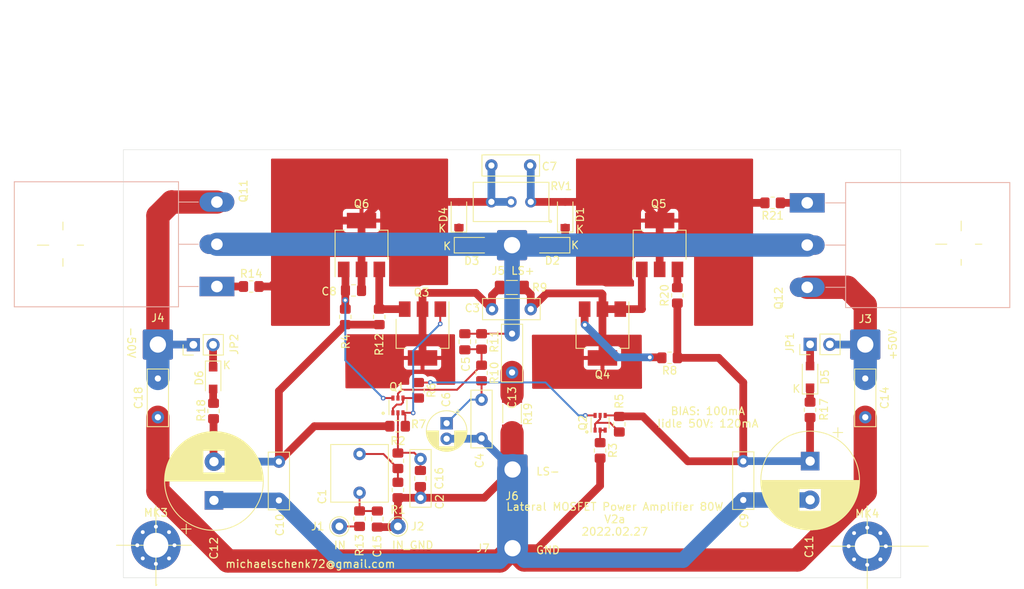
<source format=kicad_pcb>
(kicad_pcb (version 20211014) (generator pcbnew)
  (layers (0 "F.Cu" signal) (31 "B.Cu" signal) (34 "B.Paste" user) (35 "F.Paste" user) (36 "B.SilkS" user "B.Silkscreen") (37 "F.SilkS" user "F.Silkscreen") (38 "B.Mask" user) (39 "F.Mask" user) (44 "Edge.Cuts" user))
  (net 0 "")
  (net 1 "Net-(C1-Pad2)")
  (net 2 "Net-(C1-Pad1)")
  (net 3 "GND")
  (net 4 "Net-(C16-Pad1)")
  (net 5 "Net-(C3-Pad1)")
  (net 6 "Net-(C3-Pad2)")
  (net 7 "Net-(C4-Pad1)")
  (net 8 "Net-(C5-Pad2)")
  (net 9 "Net-(C13-Pad1)")
  (net 10 "Net-(C7-Pad2)")
  (net 11 "Net-(C7-Pad1)")
  (net 12 "Net-(C8-Pad1)")
  (net 13 "Net-(C11-Pad1)")
  (net 14 "Net-(C10-Pad2)")
  (net 15 "Net-(C13-Pad2)")
  (net 16 "Net-(J1-Pad1)")
  (net 17 "Net-(D1-Pad1)")
  (net 18 "Net-(D3-Pad1)")
  (net 19 "Net-(D5-Pad2)")
  (net 20 "Net-(D5-Pad1)")
  (net 21 "Net-(D6-Pad2)")
  (net 22 "Net-(D6-Pad1)")
  (net 23 "Net-(Q1-Pad3)")
  (net 24 "Net-(Q11-Pad1)")
  (net 25 "Net-(C14-Pad1)")
  (net 26 "Net-(C18-Pad2)")
  (net 27 "Net-(Q1-Pad1)")
  (net 28 "Net-(Q2-Pad6)")
  (net 29 "Net-(Q3-Pad3)")
  (net 30 "Net-(Q4-Pad3)")
  (net 31 "Net-(Q5-Pad3)")
  (net 32 "Net-(Q2-Pad2)")
  (net 33 "Net-(Q2-Pad1)")
  (net 34 "Net-(Q12-Pad1)")
  (footprint "Resistor_SMD:R_0805_2012Metric_Pad1.20x1.40mm_HandSolder" (layer "F.Cu") (at 180.721 63.373 90)
    (fp_text reference "R20")
    (fp_text value "100R")
  )
  (footprint "Capacitor_THT:C_Rect_L7.2mm_W7.2mm_P5.00mm_FKS2_FKP2_MKS2_MKP2" (layer "F.Cu") (at 139.7 83.85 -90)
    (fp_text reference "C1")
    (fp_text value "3.3uF")
  )
  (footprint "Capacitor_THT:C_Rect_L7.2mm_W2.5mm_P5.00mm_FKS2_FKP2_MKS2_MKP2" (layer "F.Cu") (at 147.571 84.5005 -90)
    (fp_text reference "C2")
    (fp_text value "1n")
  )
  (footprint "Capacitor_THT:C_Rect_L7.2mm_W2.5mm_P5.00mm_FKS2_FKP2_MKS2_MKP2" (layer "F.Cu") (at 161.798 65.151 180)
    (fp_text reference "C3")
    (fp_text value "10n")
  )
  (footprint "Capacitor_THT:CP_Radial_D5.0mm_P2.00mm" (layer "F.Cu") (at 150.9395 79.883 -90)
    (fp_text reference "C4")
    (fp_text value "47u/16V")
  )
  (footprint "Capacitor_SMD:C_0805_2012Metric_Pad1.18x1.45mm_HandSolder" (layer "F.Cu") (at 153.289 69.3635 -90)
    (fp_text reference "C5")
    (fp_text value "10p")
  )
  (footprint "Capacitor_THT:C_Rect_L7.2mm_W2.5mm_P5.00mm_FKS2_FKP2_MKS2_MKP2" (layer "F.Cu") (at 155.448 76.835 -90)
    (fp_text reference "C6")
    (fp_text value "100n")
  )
  (footprint "Capacitor_SMD:C_0805_2012Metric_Pad1.18x1.45mm_HandSolder" (layer "F.Cu") (at 138.9165 62.738)
    (fp_text reference "C8")
    (fp_text value "18p")
  )
  (footprint "Capacitor_THT:C_Rect_L7.2mm_W2.5mm_P5.00mm_FKS2_FKP2_MKS2_MKP2" (layer "F.Cu") (at 189.23 84.789 -90)
    (fp_text reference "C9")
    (fp_text value "100n")
  )
  (footprint "Capacitor_THT:CP_Radial_D12.5mm_P5.00mm" (layer "F.Cu") (at 197.866 84.7725 -90)
    (fp_text reference "C11")
    (fp_text value "220u/100V")
  )
  (footprint "Capacitor_THT:C_Rect_L7.2mm_W2.5mm_P5.00mm_FKS2_FKP2_MKS2_MKP2" (layer "F.Cu") (at 159.385 68.326 -90)
    (fp_text reference "C13")
    (fp_text value "22n")
  )
  (footprint "Diode_SMD:D_SOD-123" (layer "F.Cu") (at 166.243 52.958 90)
    (fp_text reference "D1")
    (fp_text value "1N914")
  )
  (footprint "Diode_SMD:D_SOD-123" (layer "F.Cu") (at 164.592 56.896 180)
    (fp_text reference "D2")
    (fp_text value "12V/0.5W")
  )
  (footprint "Diode_SMD:D_SOD-123" (layer "F.Cu") (at 154.178 56.896)
    (fp_text reference "D3")
    (fp_text value "1N914")
  )
  (footprint "Diode_SMD:D_SOD-123" (layer "F.Cu") (at 152.527 52.958 90)
    (fp_text reference "D4")
    (fp_text value "12V/0.5W")
  )
  (footprint "Diode_SMD:D_SOD-123F" (layer "F.Cu") (at 197.85 73.9 90)
    (fp_text reference "D5")
    (fp_text value "SM4002PL-TP")
  )
  (footprint "Connector_Pin:Pin_D1.0mm_L10.0mm" (layer "F.Cu") (at 137.0935 93.2)
    (fp_text reference "J1")
    (fp_text value "Conn_01x01")
  )
  (footprint "Connector_Pin:Pin_D1.0mm_L10.0mm" (layer "F.Cu") (at 144.65 93.2)
    (fp_text reference "J2")
    (fp_text value "Conn_01x01")
  )
  (footprint "Connector_Wire:SolderWire-1.5sqmm_1x01_D1.7mm_OD3.9mm" (layer "F.Cu") (at 204.978 69.723)
    (fp_text reference "J3")
    (fp_text value "+50V")
  )
  (footprint "Connector_Wire:SolderWire-1.5sqmm_1x01_D1.7mm_OD3.9mm" (layer "F.Cu") (at 159.385 56.896)
    (fp_text reference "J5")
    (fp_text value "LS+")
  )
  (footprint "Connector_Wire:SolderWire-1.5sqmm_1x01_D1.7mm_OD3.9mm" (layer "F.Cu") (at 159.4485 85.852)
    (fp_text reference "J6")
    (fp_text value "LS-")
  )
  (footprint "Connector_Wire:SolderWire-1.5sqmm_1x01_D1.7mm_OD3.9mm" (layer "F.Cu") (at 159.4485 96.012)
    (fp_text reference "J7")
    (fp_text value "GND")
  )
  (footprint "Connector_PinHeader_2.54mm:PinHeader_1x02_P2.54mm_Vertical" (layer "F.Cu") (at 197.86 69.7 90)
    (fp_text reference "JP1")
    (fp_text value "Jump")
  )
  (footprint "MountingHole:MountingHole_3.2mm_M3_Pad_Via" (layer "F.Cu") (at 113.411 95.631)
    (fp_text reference "MK3")
    (fp_text value "Mounting_Hole_PAD")
  )
  (footprint "MountingHole:MountingHole_3.2mm_M3_Pad_Via" (layer "F.Cu") (at 205.232 95.758)
    (fp_text reference "MK4")
    (fp_text value "Mounting_Hole_PAD")
  )
  (footprint "Resistor_SMD:R_0805_2012Metric_Pad1.20x1.40mm_HandSolder" (layer "F.Cu") (at 144.65 88.503 -90)
    (fp_text reference "R1")
    (fp_text value "33k")
  )
  (footprint "Resistor_SMD:R_0805_2012Metric_Pad1.20x1.40mm_HandSolder" (layer "F.Cu") (at 144.65 84.725 -90)
    (fp_text reference "R2")
    (fp_text value "1k")
  )
  (footprint "Resistor_SMD:R_0805_2012Metric_Pad1.20x1.40mm_HandSolder" (layer "F.Cu") (at 170.7515 83.3915 -90)
    (fp_text reference "R3")
    (fp_text value "22k")
  )
  (footprint "Resistor_SMD:R_0805_2012Metric_Pad1.20x1.40mm_HandSolder" (layer "F.Cu") (at 173.228 80.01 -90)
    (fp_text reference "R5")
    (fp_text value "680R")
  )
  (footprint "Resistor_SMD:R_0805_2012Metric_Pad1.20x1.40mm_HandSolder" (layer "F.Cu") (at 147.32 75.6285 -90)
    (fp_text reference "R6")
    (fp_text value "22k")
  )
  (footprint "Resistor_SMD:R_1206_3216Metric_Pad1.30x1.75mm_HandSolder" (layer "F.Cu") (at 159.359 62.357 180)
    (fp_text reference "R9")
    (fp_text value "12k/1W")
  )
  (footprint "Resistor_SMD:R_0805_2012Metric_Pad1.20x1.40mm_HandSolder" (layer "F.Cu") (at 155.448 73.39 -90)
    (fp_text reference "R10")
    (fp_text value "1k")
  )
  (footprint "Resistor_SMD:R_0805_2012Metric_Pad1.20x1.40mm_HandSolder" (layer "F.Cu") (at 155.448 69.326 -90)
    (fp_text reference "R11")
    (fp_text value "33k")
  )
  (footprint "Resistor_SMD:R_0805_2012Metric_Pad1.20x1.40mm_HandSolder" (layer "F.Cu") (at 142.24 66.151 -90)
    (fp_text reference "R12")
    (fp_text value "100R")
  )
  (footprint "Resistor_SMD:R_0805_2012Metric_Pad1.20x1.40mm_HandSolder" (layer "F.Cu") (at 125.714 62.23)
    (fp_text reference "R14")
    (fp_text value "220R")
  )
  (footprint "Resistor_SMD:R_0805_2012Metric_Pad1.20x1.40mm_HandSolder" (layer "F.Cu") (at 197.85 78.15 90)
    (fp_text reference "R17")
    (fp_text value "100R")
  )
  (footprint "Resistor_SMD:R_MELF_MMB-0207" (layer "F.Cu") (at 159.385 78.65 -90)
    (fp_text reference "R19")
    (fp_text value "6.8R/1W")
  )
  (footprint "Resistor_SMD:R_0805_2012Metric_Pad1.20x1.40mm_HandSolder" (layer "F.Cu") (at 193.024 51.435 180)
    (fp_text reference "R21")
    (fp_text value "220R")
  )
  (footprint "Capacitor_THT:C_Rect_L7.2mm_W2.5mm_P5.00mm_FKS2_FKP2_MKS2_MKP2" (layer "F.Cu") (at 204.978 74.1045 -90)
    (fp_text reference "C14")
    (fp_text value "100n")
  )
  (footprint "Resistor_SMD:R_0805_2012Metric_Pad1.20x1.40mm_HandSolder" (layer "F.Cu") (at 120.85 78.3 -90)
    (fp_text reference "R18")
    (fp_text value "100R")
  )
  (footprint "Capacitor_THT:C_Rect_L7.2mm_W2.5mm_P5.00mm_FKS2_FKP2_MKS2_MKP2" (layer "F.Cu") (at 129.286 89.836 90)
    (fp_text reference "C10")
    (fp_text value "100n")
  )
  (footprint "Capacitor_THT:CP_Radial_D12.5mm_P5.00mm" (layer "F.Cu") (at 120.904 89.836 90)
    (fp_text reference "C12")
    (fp_text value "220u/100V")
  )
  (footprint "Resistor_SMD:R_0805_2012Metric_Pad1.20x1.40mm_HandSolder" (layer "F.Cu") (at 144.6055 80.264 180)
    (fp_text reference "R7")
    (fp_text value "4k7")
  )
  (footprint "Resistor_SMD:R_0805_2012Metric_Pad1.20x1.40mm_HandSolder" (layer "F.Cu") (at 137.8585 66.151 -90)
    (fp_text reference "R4")
    (fp_text value "4k7")
  )
  (footprint "Package_TO_SOT_SMD:SOT-223-3_TabPin2" (layer "F.Cu") (at 147.828 68.301 -90)
    (fp_text reference "Q3")
    (fp_text value "DZT5551")
  )
  (footprint "Package_TO_SOT_SMD:SOT-223-3_TabPin2" (layer "F.Cu") (at 171.055 68.301 -90)
    (fp_text reference "Q4")
    (fp_text value "DZT5401")
  )
  (footprint "Package_TO_SOT_SMD:SOT-223-3_TabPin2" (layer "F.Cu") (at 178.435 56.871 90)
    (fp_text reference "Q5")
    (fp_text value "DZT5401")
  )
  (footprint "Package_TO_SOT_SMD:SOT-223-3_TabPin2" (layer "F.Cu") (at 139.954 56.871 90)
    (fp_text reference "Q6")
    (fp_text value "DZT5551")
  )
  (footprint "Package_TO_SOT_SMD:SOT-363_SC-70-6" (layer "F.Cu") (at 144.6555 77.582 90)
    (fp_text reference "Q1")
    (fp_text value "BC856BS")
  )
  (footprint "Package_TO_SOT_SMD:SOT-363_SC-70-6" (layer "F.Cu") (at 170.7515 79.8195 90)
    (fp_text reference "Q2")
    (fp_text value "BC856BS")
  )
  (footprint "Connector_Wire:SolderWire-1.5sqmm_1x01_D1.7mm_OD3.9mm" (layer "F.Cu") (at 113.665 69.723)
    (fp_text reference "J4")
    (fp_text value "-50V")
  )
  (footprint "Connector_PinHeader_2.54mm:PinHeader_1x02_P2.54mm_Vertical" (layer "F.Cu") (at 118.25 69.75 90)
    (fp_text reference "JP2")
    (fp_text value "Jump")
  )
  (footprint "Capacitor_THT:C_Rect_L7.2mm_W2.5mm_P5.00mm_FKS2_FKP2_MKS2_MKP2" (layer "F.Cu") (at 113.665 79.1045 90)
    (fp_text reference "C18")
    (fp_text value "100n")
  )
  (footprint "Diode_SMD:D_SOD-123F" (layer "F.Cu") (at 120.8 74.05 -90)
    (fp_text reference "D6")
    (fp_text value "SM4002PL-TP")
  )
  (footprint "Capacitor_THT:C_Rect_L7.2mm_W2.5mm_P5.00mm_FKS2_FKP2_MKS2_MKP2" (layer "F.Cu") (at 156.718 46.609)
    (fp_text reference "C7")
    (fp_text value "100n")
  )
  (footprint "Potentiometer_THT:Potentiometer_Bourns_3296W_Vertical" (layer "F.Cu") (at 161.798 51.308)
    (fp_text reference "RV1")
    (fp_text value "200R")
  )
  (footprint "Resistor_SMD:R_0805_2012Metric_Pad1.20x1.40mm_HandSolder" (layer "F.Cu") (at 179.721 71.4375 180)
    (fp_text reference "R8")
    (fp_text value "100R")
  )
  (footprint "Capacitor_SMD:C_0805_2012Metric_Pad1.18x1.45mm_HandSolder" (layer "F.Cu") (at 147.5535 87.0165 -90)
    (fp_text reference "C16")
    (fp_text value "470p")
  )
  (footprint "Capacitor_SMD:C_0805_2012Metric_Pad1.18x1.45mm_HandSolder" (layer "F.Cu") (at 142 92.25 -90)
    (fp_text reference "C15")
    (fp_text value "100p")
  )
  (footprint "Resistor_SMD:R_0805_2012Metric_Pad1.20x1.40mm_HandSolder" (layer "F.Cu") (at 139.7 92.2 -90)
    (fp_text reference "R13")
    (fp_text value "68R")
  )
  (footprint "Package_TO_SOT_THT:TO-247-3_Horizontal_TabUp" (layer "B.Cu") (at 121.285 62.23 90)
    (fp_text reference "Q11")
    (fp_text value "ECX10P20")
  )
  (footprint "Package_TO_SOT_THT:TO-247-3_Horizontal_TabUp" (layer "B.Cu") (at 197.485 51.435 -90)
    (fp_text reference "Q12")
    (fp_text value "ECX10N20")
  )
  (gr_line (start 98.1075 56.896) (end 104.0765 56.896) (layer "F.SilkS") (width 0.12))
  (gr_line (start 101.4095 53.9115) (end 101.4095 59.6265) (layer "F.SilkS") (width 0.12))
  (gr_line (start 213.106 95.758) (end 200.533 95.758) (layer "F.SilkS") (width 0.12))
  (gr_line (start 117.983 95.631) (end 108.331 95.631) (layer "F.SilkS") (width 0.12))
  (gr_line (start 205.232 101.219) (end 205.232 90.551) (layer "F.SilkS") (width 0.12))
  (gr_line (start 217.3605 53.7845) (end 217.3605 59.4995) (layer "F.SilkS") (width 0.12))
  (gr_line (start 214.0585 56.769) (end 220.0275 56.769) (layer "F.SilkS") (width 0.12))
  (gr_line (start 113.411 90.551) (end 113.411 100.838) (layer "F.SilkS") (width 0.12))
  (gr_line (start 113.411 100.838) (end 113.538 100.711) (layer "F.SilkS") (width 0.12))
  (gr_line (start 109.22 99.822) (end 209.55 99.822) (layer "Edge.Cuts") (width 0.05))
  (gr_line (start 109.22 44.577) (end 109.22 99.822) (layer "Edge.Cuts") (width 0.05))
  (gr_line (start 209.55 44.577) (end 209.55 99.822) (layer "Edge.Cuts") (width 0.05))
  (gr_line (start 109.22 44.577) (end 209.55 44.577) (layer "Edge.Cuts") (width 0.05))
  (gr_text "GND" (at 164.0205 96.266) (layer "F.SilkS") (effects (font (size 1 1))))
  (gr_text "-50V" (at 110.236 69.469 -90) (layer "F.SilkS") (effects (font (size 1 1))))
  (gr_text "°" (at 164.338 54.229) (layer "F.SilkS") (effects (font (size 1 1))))
  (gr_text "°" (at 169.037 81.407) (layer "F.SilkS") (effects (font (size 1 1))))
  (gr_text "°" (at 142.748 78.994) (layer "F.SilkS") (effects (font (size 1 1))))
  (gr_text "IN" (at 137.16 95.631) (layer "F.SilkS") (effects (font (size 1 1))))
  (gr_text "LS+" (at 160.782 60.198) (layer "F.SilkS") (effects (font (size 1 1))))
  (gr_text "K" (at 122.555 72.39) (layer "F.SilkS") (effects (font (size 1 1))))
  (gr_text "+50V" (at 208.534 69.723 90) (layer "F.SilkS") (effects (font (size 1 1))))
  (gr_text "IN_GND" (at 146.558 95.631) (layer "F.SilkS") (effects (font (size 1 1))))
  (gr_text "K" (at 167.513 56.896) (layer "F.SilkS") (effects (font (size 1 1))))
  (gr_text "michaelschenk72@gmail.com" (at 133.35 98.044) (layer "F.SilkS") (effects (font (size 1 1))))
  (gr_text "K" (at 196.088 75.438) (layer "F.SilkS") (effects (font (size 1 1))))
  (gr_text "BIAS: 100mA\nIidle 50V: 120mA" (at 184.658 79.121) (layer "F.SilkS") (effects (font (size 1 1))))
  (gr_text "K" (at 151.003 57.023) (layer "F.SilkS") (effects (font (size 1 1))))
  (gr_text "Lateral MOSFET Power Amplifier 80W\nV2a\n2022.02.27" (at 172.6565 92.2655) (layer "F.SilkS") (effects (font (size 1 1))))
  (gr_text "K" (at 168.148 54.864) (layer "F.SilkS") (effects (font (size 1 1))))
  (gr_text "K" (at 150.368 54.737) (layer "F.SilkS") (effects (font (size 1 1))))
  (gr_text "LS-" (at 164.0205 86.106) (layer "F.SilkS") (effects (font (size 1 1))))
  (segment (start 139.7 91.2) (end 139.7 88.85) (width 0.25) (layer "F.Cu") (net 1))
  (segment (start 142 91.2125) (end 139.7125 91.2125) (width 0.25) (layer "F.Cu") (net 1))
  (segment (start 142.775 83.85) (end 139.7 83.85) (width 0.25) (layer "F.Cu") (net 2))
  (segment (start 144.65 85.725) (end 142.775 83.85) (width 0.25) (layer "F.Cu") (net 2))
  (segment (start 144.65 87.503) (end 144.65 85.725) (width 0.25) (layer "F.Cu") (net 2))
  (segment (start 147.571 89.5005) (end 147.571 88.0715) (width 1) (layer "F.Cu") (net 3))
  (segment (start 196.201998 97.536) (end 160.9725 97.536) (width 3) (layer "F.Cu") (net 3))
  (segment (start 144.65 93.2) (end 144.65 89.503) (width 1) (layer "F.Cu") (net 3))
  (segment (start 162.687 96.012) (end 170.7515 87.9475) (width 1) (layer "F.Cu") (net 3))
  (segment (start 122.695002 97.663) (end 157.7975 97.663) (width 3) (layer "F.Cu") (net 3))
  (segment (start 113.665 79.1045) (end 113.665 88.632998) (width 3) (layer "F.Cu") (net 3))
  (segment (start 159.4485 96.012) (end 162.687 96.012) (width 1) (layer "F.Cu") (net 3))
  (segment (start 142 93.2875) (end 144.5625 93.2875) (width 1) (layer "F.Cu") (net 3))
  (segment (start 160.9725 97.536) (end 159.4485 96.012) (width 3) (layer "F.Cu") (net 3))
  (segment (start 155.8 89.5005) (end 159.4485 85.852) (width 1) (layer "F.Cu") (net 3))
  (segment (start 170.7515 87.9475) (end 170.7515 84.3915) (width 1) (layer "F.Cu") (net 3))
  (segment (start 147.571 89.5005) (end 155.8 89.5005) (width 1) (layer "F.Cu") (net 3))
  (segment (start 159.385 81.1) (end 159.385 85.7885) (width 3) (layer "F.Cu") (net 3))
  (segment (start 204.978 88.759998) (end 196.201998 97.536) (width 3) (layer "F.Cu") (net 3))
  (segment (start 144.65 89.503) (end 147.5685 89.503) (width 1) (layer "F.Cu") (net 3))
  (segment (start 113.665 88.632998) (end 122.695002 97.663) (width 3) (layer "F.Cu") (net 3))
  (segment (start 204.978 79.1045) (end 204.978 88.759998) (width 3) (layer "F.Cu") (net 3))
  (segment (start 157.7975 97.663) (end 159.4485 96.012) (width 3) (layer "F.Cu") (net 3))
  (segment (start 189.23 89.789) (end 181.469 97.55) (width 2) (layer "B.Cu") (net 3))
  (segment (start 159.4485 96.012) (end 159.4485 85.852) (width 4) (layer "B.Cu") (net 3))
  (segment (start 160.9865 97.55) (end 159.4485 96.012) (width 2) (layer "B.Cu") (net 3))
  (segment (start 157.7605 97.7) (end 159.4485 96.012) (width 2) (layer "B.Cu") (net 3))
  (segment (start 150.9395 81.883) (end 155.4 81.883) (width 1) (layer "B.Cu") (net 3))
  (segment (start 137.15 97.7) (end 157.7605 97.7) (width 2) (layer "B.Cu") (net 3))
  (segment (start 129.286 89.836) (end 137.15 97.7) (width 2) (layer "B.Cu") (net 3))
  (segment (start 155.448 81.8515) (end 159.4485 85.852) (width 1) (layer "B.Cu") (net 3))
  (segment (start 189.23 89.789) (end 197.8495 89.789) (width 2) (layer "B.Cu") (net 3))
  (segment (start 129.286 89.836) (end 120.904 89.836) (width 2) (layer "B.Cu") (net 3))
  (segment (start 181.469 97.55) (end 160.9865 97.55) (width 2) (layer "B.Cu") (net 3))
  (segment (start 144.65 80.145) (end 144.6555 80.1395) (width 0.25) (layer "F.Cu") (net 4))
  (segment (start 146.7635 83.693) (end 144.682 83.693) (width 0.25) (layer "F.Cu") (net 4))
  (segment (start 147.5535 85.979) (end 147.5535 84.518) (width 0.25) (layer "F.Cu") (net 4))
  (segment (start 144.65 83.725) (end 144.65 80.145) (width 0.25) (layer "F.Cu") (net 4))
  (segment (start 147.571 84.5005) (end 146.7635 83.693) (width 0.25) (layer "F.Cu") (net 4))
  (segment (start 144.6555 78.532) (end 144.6555 80.1395) (width 0.25) (layer "F.Cu") (net 4))
  (segment (start 163.83 63.119) (end 170.942 63.119) (width 1) (layer "F.Cu") (net 5))
  (segment (start 171.055 63.232) (end 171.055 65.151) (width 1) (layer "F.Cu") (net 5))
  (segment (start 176.149 65.151) (end 176.135 65.137) (width 1) (layer "F.Cu") (net 5))
  (segment (start 170.942 63.119) (end 171.055 63.232) (width 1) (layer "F.Cu") (net 5))
  (segment (start 176.135 65.137) (end 176.135 60.021) (width 1) (layer "F.Cu") (net 5))
  (segment (start 161.798 65.151) (end 161.798 63.246) (width 1) (layer "F.Cu") (net 5))
  (segment (start 161.798 63.246) (end 160.909 62.357) (width 1) (layer "F.Cu") (net 5))
  (segment (start 171.055 71.451) (end 171.055 65.151) (width 1) (layer "F.Cu") (net 5))
  (segment (start 171.055 65.151) (end 173.355 65.151) (width 1) (layer "F.Cu") (net 5))
  (segment (start 173.355 65.151) (end 176.149 65.151) (width 1) (layer "F.Cu") (net 5))
  (segment (start 161.798 65.151) (end 163.83 63.119) (width 1) (layer "F.Cu") (net 5))
  (segment (start 156.798 65.151) (end 156.798 63.368) (width 1) (layer "F.Cu") (net 6))
  (segment (start 148.082 63.0555) (end 147.828 63.3095) (width 1) (layer "F.Cu") (net 6))
  (segment (start 147.828 63.3095) (end 147.828 65.151) (width 1) (layer "F.Cu") (net 6))
  (segment (start 154.7025 63.0555) (end 148.082 63.0555) (width 1) (layer "F.Cu") (net 6))
  (segment (start 147.828 65.151) (end 147.828 71.451) (width 1) (layer "F.Cu") (net 6))
  (segment (start 156.798 63.368) (end 157.809 62.357) (width 1) (layer "F.Cu") (net 6))
  (segment (start 156.798 65.151) (end 154.7025 63.0555) (width 1) (layer "F.Cu") (net 6))
  (segment (start 155.448 76.835) (end 155.448 74.39) (width 0.25) (layer "F.Cu") (net 7))
  (segment (start 153.9875 76.835) (end 150.9395 79.883) (width 0.25) (layer "B.Cu") (net 7))
  (segment (start 155.448 76.835) (end 153.9875 76.835) (width 0.25) (layer "B.Cu") (net 7))
  (segment (start 155.448 72.39) (end 155.448 70.326) (width 0.25) (layer "F.Cu") (net 8))
  (segment (start 144.6555 76.632) (end 144.6555 76.057) (width 0.25) (layer "F.Cu") (net 8))
  (segment (start 152.28449 75.55351) (end 155.448 72.39) (width 0.25) (layer "F.Cu") (net 8))
  (segment (start 145.15899 75.55351) (end 152.28449 75.55351) (width 0.25) (layer "F.Cu") (net 8))
  (segment (start 155.448 70.326) (end 153.364 70.326) (width 0.25) (layer "F.Cu") (net 8))
  (segment (start 144.6555 76.057) (end 145.15899 75.55351) (width 0.25) (layer "F.Cu") (net 8))
  (segment (start 162.942 56.896) (end 159.385 56.896) (width 1) (layer "F.Cu") (net 9))
  (segment (start 155.828 56.896) (end 159.385 56.896) (width 1) (layer "F.Cu") (net 9))
  (segment (start 159.385 68.326) (end 155.448 68.326) (width 0.25) (layer "F.Cu") (net 9))
  (segment (start 155.448 68.326) (end 153.289 68.326) (width 0.25) (layer "F.Cu") (net 9))
  (segment (start 159.396 56.885) (end 197.485 56.885) (width 3) (layer "B.Cu") (net 9))
  (segment (start 159.385 56.896) (end 159.385 68.326) (width 2) (layer "B.Cu") (net 9))
  (segment (start 159.269 56.78) (end 121.285 56.78) (width 3) (layer "B.Cu") (net 9))
  (segment (start 178.435 60.021) (end 178.435 53.721) (width 1) (layer "F.Cu") (net 10))
  (segment (start 178.435 52.959) (end 178.435 53.721) (width 1) (layer "F.Cu") (net 10))
  (segment (start 179.959 51.435) (end 178.435 52.959) (width 1) (layer "F.Cu") (net 10))
  (segment (start 166.243 51.308) (end 176.022 51.308) (width 1) (layer "F.Cu") (net 10))
  (segment (start 192.024 51.435) (end 179.959 51.435) (width 1) (layer "F.Cu") (net 10))
  (segment (start 166.243 51.308) (end 161.798 51.308) (width 1) (layer "F.Cu") (net 10))
  (segment (start 176.022 51.308) (end 178.435 53.721) (width 1) (layer "F.Cu") (net 10))
  (segment (start 161.798 51.308) (end 161.798 46.689) (width 1) (layer "B.Cu") (net 10))
  (segment (start 128.27 62.23) (end 126.714 62.23) (width 1) (layer "F.Cu") (net 11))
  (segment (start 139.954 60.021) (end 139.954 53.721) (width 1) (layer "F.Cu") (net 11))
  (segment (start 139.954 62.738) (end 139.954 60.021) (width 1) (layer "F.Cu") (net 11))
  (segment (start 156.718 51.308) (end 152.527 51.308) (width 1) (layer "F.Cu") (net 11))
  (segment (start 136.779 53.721) (end 128.27 62.23) (width 1) (layer "F.Cu") (net 11))
  (segment (start 152.527 51.308) (end 142.367 51.308) (width 1) (layer "F.Cu") (net 11))
  (segment (start 142.367 51.308) (end 139.954 53.721) (width 1) (layer "F.Cu") (net 11))
  (segment (start 139.954 53.721) (end 136.779 53.721) (width 1) (layer "F.Cu") (net 11))
  (segment (start 159.258 51.308) (end 156.718 51.308) (width 1) (layer "B.Cu") (net 11))
  (segment (start 156.718 51.308) (end 156.718 46.609) (width 1) (layer "B.Cu") (net 11))
  (segment (start 137.8585 64.008) (end 137.8585 62.7585) (width 1) (layer "F.Cu") (net 12))
  (segment (start 144.0055 76.632) (end 142.7605 76.632) (width 0.25) (layer "F.Cu") (net 12))
  (segment (start 137.8585 65.151) (end 137.8585 64.008) (width 1) (layer "F.Cu") (net 12))
  (segment (start 137.879 62.738) (end 137.879 60.246) (width 1) (layer "F.Cu") (net 12))
  (segment (start 142.7605 76.632) (end 142.748 76.6445) (width 0.25) (layer "F.Cu") (net 12))
  (via (at 137.8585 64.008) (size 0.8) (drill 0.4) (layers "F.Cu" "B.Cu") (net 12))
  (via (at 142.748 76.6445) (size 0.6) (drill 0.3) (layers "F.Cu" "B.Cu") (net 12))
  (segment (start 142.748 76.6445) (end 137.8585 71.755) (width 0.25) (layer "B.Cu") (net 12))
  (segment (start 137.8585 71.755) (end 137.8585 64.008) (width 0.25) (layer "B.Cu") (net 12))
  (segment (start 171.4015 78.8695) (end 173.0875 78.8695) (width 0.25) (layer "F.Cu") (net 13))
  (segment (start 197.85 79.15) (end 197.85 84.7565) (width 1) (layer "F.Cu") (net 13))
  (segment (start 189.23 74.6125) (end 186.055 71.4375) (width 1) (layer "F.Cu") (net 13))
  (segment (start 186.055 71.4375) (end 180.721 71.4375) (width 1) (layer "F.Cu") (net 13))
  (segment (start 182.071 84.789) (end 176.276 78.994) (width 1) (layer "F.Cu") (net 13))
  (segment (start 189.23 84.789) (end 189.23 74.6125) (width 1) (layer "F.Cu") (net 13))
  (segment (start 189.23 84.789) (end 182.071 84.789) (width 1) (layer "F.Cu") (net 13))
  (segment (start 176.276 78.994) (end 173.244 78.994) (width 1) (layer "F.Cu") (net 13))
  (segment (start 180.721 71.4375) (end 180.721 64.373) (width 1) (layer "F.Cu") (net 13))
  (segment (start 197.866 84.7725) (end 189.2465 84.7725) (width 1) (layer "B.Cu") (net 13))
  (segment (start 129.286 84.836) (end 129.286 75.7235) (width 1) (layer "F.Cu") (net 14))
  (segment (start 133.858 80.264) (end 129.286 84.836) (width 1) (layer "F.Cu") (net 14))
  (segment (start 137.8585 67.151) (end 142.24 67.151) (width 1) (layer "F.Cu") (net 14))
  (segment (start 129.286 75.7235) (end 137.8585 67.151) (width 1) (layer "F.Cu") (net 14))
  (segment (start 143.6055 80.264) (end 133.858 80.264) (width 1) (layer "F.Cu") (net 14))
  (segment (start 120.85 79.3) (end 120.85 84.782) (width 1) (layer "F.Cu") (net 14))
  (segment (start 129.286 84.836) (end 120.904 84.836) (width 1) (layer "B.Cu") (net 14))
  (segment (start 159.385 73.326) (end 159.385 76.2) (width 3) (layer "F.Cu") (net 15))
  (segment (start 137.0935 93.2) (end 139.7 93.2) (width 0.25) (layer "F.Cu") (net 16))
  (segment (start 166.243 56.895) (end 166.242 56.896) (width 1) (layer "F.Cu") (net 17))
  (segment (start 166.243 54.608) (end 166.243 56.895) (width 1) (layer "F.Cu") (net 17))
  (segment (start 152.528 56.896) (end 152.528 54.609) (width 1) (layer "F.Cu") (net 18))
  (segment (start 152.528 54.609) (end 152.527 54.608) (width 1) (layer "F.Cu") (net 18))
  (segment (start 197.86 69.7) (end 197.86 72.49) (width 1) (layer "F.Cu") (net 19))
  (segment (start 197.85 75.3) (end 197.85 77.15) (width 1) (layer "F.Cu") (net 20))
  (segment (start 120.8 75.45) (end 120.8 77.25) (width 1) (layer "F.Cu") (net 21))
  (segment (start 120.79 69.75) (end 120.79 72.64) (width 1) (layer "F.Cu") (net 22))
  (segment (start 145.3055 78.532) (end 146.604 78.532) (width 0.25) (layer "F.Cu") (net 23))
  (segment (start 145.6055 80.264) (end 145.6055 78.832) (width 0.25) (layer "F.Cu") (net 23))
  (segment (start 145.6055 78.832) (end 145.3055 78.532) (width 0.25) (layer "F.Cu") (net 23))
  (segment (start 146.604 78.532) (end 146.6215 78.5495) (width 0.25) (layer "F.Cu") (net 23))
  (segment (start 150.114 67.056) (end 150.114 65.165) (width 0.25) (layer "F.Cu") (net 23))
  (via (at 146.6215 78.5495) (size 0.6) (drill 0.3) (layers "F.Cu" "B.Cu") (net 23))
  (via (at 150.114 67.056) (size 0.6) (drill 0.3) (layers "F.Cu" "B.Cu") (net 23))
  (segment (start 146.6215 78.5495) (end 146.6215 70.5485) (width 0.25) (layer "B.Cu") (net 23))
  (segment (start 146.6215 70.5485) (end 150.114 67.056) (width 0.25) (layer "B.Cu") (net 23))
  (segment (start 121.285 62.23) (end 124.714 62.23) (width 1) (layer "F.Cu") (net 24))
  (segment (start 204.978 64.643) (end 202.67 62.335) (width 3) (layer "F.Cu") (net 25))
  (segment (start 204.978 69.723) (end 204.978 64.643) (width 3) (layer "F.Cu") (net 25))
  (segment (start 202.67 62.335) (end 197.485 62.335) (width 3) (layer "F.Cu") (net 25))
  (segment (start 204.978 69.723) (end 200.423 69.723) (width 1) (layer "B.Cu") (net 25))
  (segment (start 204.978 74.1045) (end 204.978 69.723) (width 3) (layer "B.Cu") (net 25))
  (segment (start 113.665 69.723) (end 113.665 53.086) (width 3) (layer "F.Cu") (net 26))
  (segment (start 113.665 53.086) (end 115.443 51.308) (width 3) (layer "F.Cu") (net 26))
  (segment (start 115.465 51.33) (end 121.285 51.33) (width 3) (layer "F.Cu") (net 26))
  (segment (start 115.443 51.308) (end 115.465 51.33) (width 3) (layer "F.Cu") (net 26))
  (segment (start 113.665 69.723) (end 118.223 69.723) (width 1) (layer "B.Cu") (net 26))
  (segment (start 113.665 74.1045) (end 113.665 69.723) (width 3) (layer "B.Cu") (net 26))
  (segment (start 145.3055 77.207) (end 145.0425 77.47) (width 0.25) (layer "F.Cu") (net 27))
  (segment (start 145.3055 76.632) (end 145.3055 77.207) (width 0.25) (layer "F.Cu") (net 27))
  (segment (start 145.3055 76.632) (end 147.3165 76.632) (width 0.25) (layer "F.Cu") (net 27))
  (segment (start 144.0055 77.957) (end 144.0055 78.532) (width 0.25) (layer "F.Cu") (net 27))
  (segment (start 144.4925 77.47) (end 144.0055 77.957) (width 0.25) (layer "F.Cu") (net 27))
  (segment (start 145.0425 77.47) (end 144.4925 77.47) (width 0.25) (layer "F.Cu") (net 27))
  (segment (start 147.32 74.6285) (end 148.828 74.6285) (width 0.25) (layer "F.Cu") (net 28))
  (segment (start 170.1015 78.8695) (end 168.849 78.8695) (width 0.25) (layer "F.Cu") (net 28))
  (segment (start 148.828 74.6285) (end 148.844 74.6125) (width 0.25) (layer "F.Cu") (net 28))
  (segment (start 168.849 78.8695) (end 168.8465 78.867) (width 0.25) (layer "F.Cu") (net 28))
  (via (at 168.8465 78.867) (size 0.6) (drill 0.3) (layers "F.Cu" "B.Cu") (net 28))
  (via (at 148.844 74.6125) (size 0.6) (drill 0.3) (layers "F.Cu" "B.Cu") (net 28))
  (segment (start 167.9575 78.867) (end 168.8465 78.867) (width 0.25) (layer "B.Cu") (net 28))
  (segment (start 163.703 74.6125) (end 167.9575 78.867) (width 0.25) (layer "B.Cu") (net 28))
  (segment (start 148.844 74.6125) (end 163.703 74.6125) (width 0.25) (layer "B.Cu") (net 28))
  (segment (start 145.528 65.151) (end 142.24 65.151) (width 1) (layer "F.Cu") (net 29))
  (segment (start 142.24 65.151) (end 142.24 60.035) (width 1) (layer "F.Cu") (net 29))
  (segment (start 177.165 71.374) (end 178.6575 71.374) (width 1) (layer "F.Cu") (net 30))
  (segment (start 168.755 67.155) (end 168.783 67.183) (width 1) (layer "F.Cu") (net 30))
  (segment (start 168.755 65.151) (end 168.755 67.155) (width 1) (layer "F.Cu") (net 30))
  (via (at 168.783 67.183) (size 1) (drill 0.5) (layers "F.Cu" "B.Cu") (net 30))
  (via (at 177.165 71.374) (size 1) (drill 0.5) (layers "F.Cu" "B.Cu") (net 30))
  (segment (start 168.783 67.183) (end 172.974 71.374) (width 1) (layer "B.Cu") (net 30))
  (segment (start 172.974 71.374) (end 177.165 71.374) (width 1) (layer "B.Cu") (net 30))
  (segment (start 180.721 62.373) (end 180.721 60.035) (width 1) (layer "F.Cu") (net 31))
  (segment (start 170.7515 82.3915) (end 170.7515 80.7695) (width 0.25) (layer "F.Cu") (net 32))
  (segment (start 170.7515 80.7695) (end 171.4015 80.7695) (width 0.25) (layer "F.Cu") (net 32))
  (segment (start 173.228 81.01) (end 172.046501 79.828501) (width 0.25) (layer "F.Cu") (net 33))
  (segment (start 170.7515 79.329502) (end 170.7515 78.8695) (width 0.25) (layer "F.Cu") (net 33))
  (segment (start 172.046501 79.828501) (end 170.252501 79.828501) (width 0.25) (layer "F.Cu") (net 33))
  (segment (start 170.1015 80.7695) (end 170.1015 79.979502) (width 0.25) (layer "F.Cu") (net 33))
  (segment (start 170.1015 79.979502) (end 170.252501 79.828501) (width 0.25) (layer "F.Cu") (net 33))
  (segment (start 170.252501 79.828501) (end 170.7515 79.329502) (width 0.25) (layer "F.Cu") (net 33))
  (segment (start 197.485 51.435) (end 194.024 51.435) (width 1) (layer "F.Cu") (net 34))
  (zone (net 6) (net_name "Net-(C3-Pad2)") (layer "F.Cu") (connect_pads (clearance 0.508)) (min_thickness 0.254) (fill yes (thermal_gap 0.508) (thermal_bridge_width 0.508))
    (polygon (pts (xy 152.057961 75.3745) (xy 137.877981 75.3745) (xy 137.83902 68.3895) (xy 152.019 68.3895)))
  )
  (zone (net 10) (net_name "Net-(C7-Pad2)") (layer "F.Cu") (connect_pads (clearance 0.508)) (min_thickness 0.254) (fill yes (thermal_gap 0.508) (thermal_bridge_width 0.508))
    (polygon (pts (xy 167.64 62.23) (xy 175.26 62.23) (xy 175.26 58.42) (xy 182.88 58.42) (xy 182.88 67.31) (xy 190.5 67.31) (xy 190.5 45.72) (xy 167.64 45.72)))
  )
  (zone (net 5) (net_name "Net-(C3-Pad1)") (layer "F.Cu") (connect_pads (clearance 0.508)) (min_thickness 0.254) (fill yes (thermal_gap 0.508) (thermal_bridge_width 0.508))
    (polygon (pts (xy 176.162459 75.438) (xy 161.982479 75.438) (xy 161.943518 68.453) (xy 176.123498 68.453)))
  )
  (zone (net 11) (net_name "Net-(C7-Pad1)") (layer "F.Cu") (connect_pads (clearance 0.508)) (min_thickness 0.254) (fill yes (thermal_gap 0.508) (thermal_bridge_width 0.508))
    (polygon (pts (xy 151.13 62.23) (xy 143.51 62.23) (xy 143.51 58.42) (xy 135.89 58.42) (xy 135.89 67.31) (xy 128.27 67.31) (xy 128.27 45.72) (xy 151.13 45.72)))
  )
)
</source>
